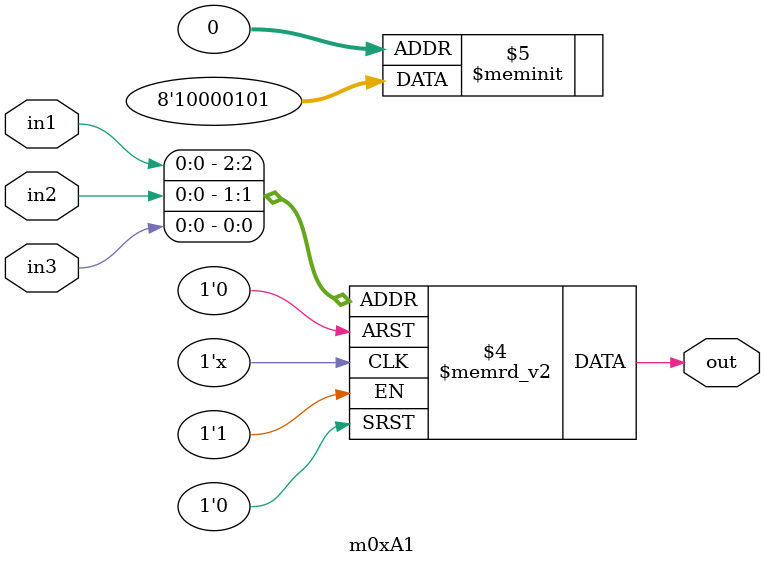
<source format=v>
module m0xA1(output out, input in1, in2, in3);

   always @(in1, in2, in3)
     begin
        case({in1, in2, in3})
          3'b000: {out} = 1'b1;
          3'b001: {out} = 1'b0;
          3'b010: {out} = 1'b1;
          3'b011: {out} = 1'b0;
          3'b100: {out} = 1'b0;
          3'b101: {out} = 1'b0;
          3'b110: {out} = 1'b0;
          3'b111: {out} = 1'b1;
        endcase // case ({in1, in2, in3})
     end // always @ (in1, in2, in3)

endmodule // m0xA1
</source>
